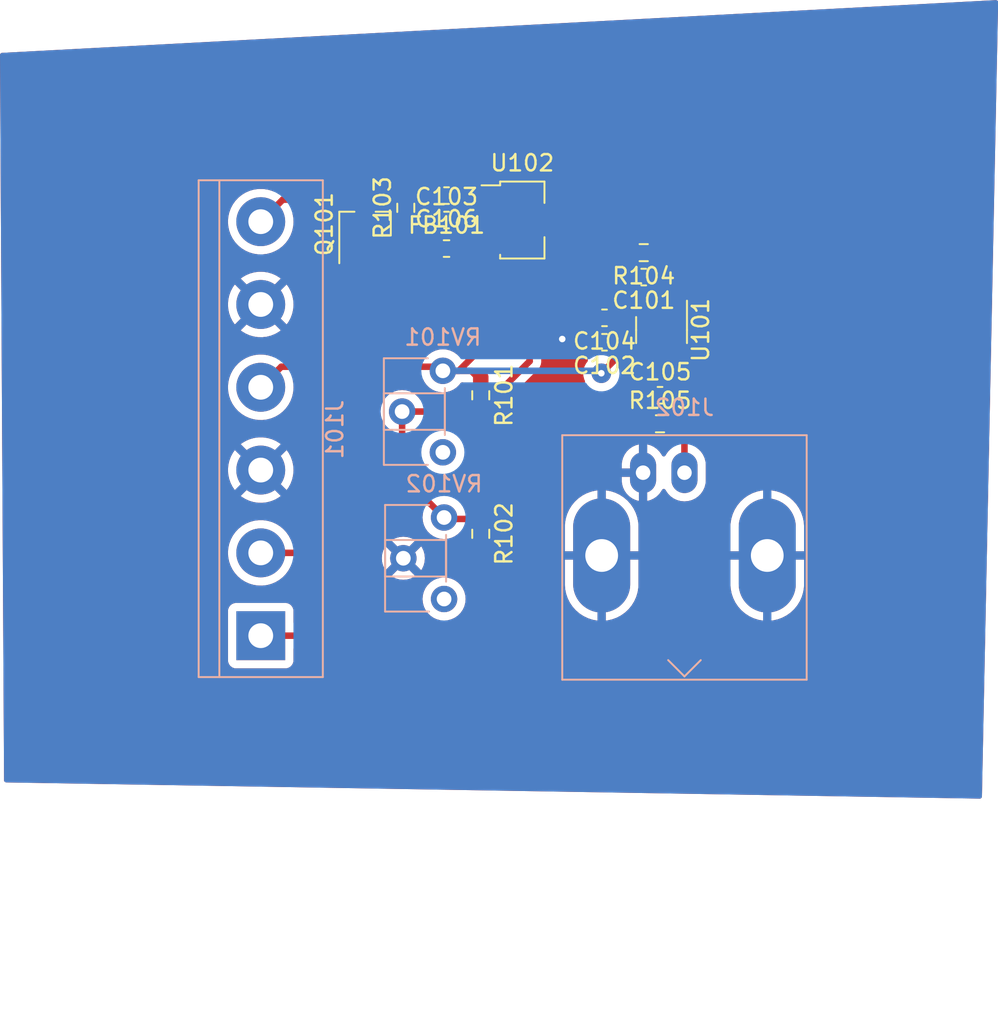
<source format=kicad_pcb>
(kicad_pcb (version 20211014) (generator pcbnew)
  (layers (0 "F.Cu" signal) (31 "B.Cu" signal) (34 "B.Paste" user) (35 "F.Paste" user) (36 "B.SilkS" user "B.Silkscreen") (37 "F.SilkS" user "F.Silkscreen") (38 "B.Mask" user) (39 "F.Mask" user) (44 "Edge.Cuts" user))
  (net 0 "")
  (net 1 "GND")
  (net 2 "/inp")
  (net 3 "+3.3VA")
  (net 4 "+5V")
  (net 5 "/inn")
  (net 6 "/out")
  (net 7 "/vprot")
  (net 8 "/vin")
  (net 9 "/vprot_gate")
  (footprint "Resistor_SMD:R_0603_1608Metric_Pad0.98x0.95mm_HandSolder" (layer "F.Cu") (at 104.4 65.75 90)
    (fp_text reference "R103" (at 0 -1.43 90) (layer "F.SilkS"))
    (fp_text value "1k")
    (fp_line (start -0.254724 0.5225) (end 0.254724 0.5225) (layer "F.SilkS") (width 0.12))
    (fp_line (start -0.254724 -0.5225) (end 0.254724 -0.5225) (layer "F.SilkS") (width 0.12))
    (pad "1" smd roundrect locked (at -0.9125 0 90) (size 0.975 0.95) (layers "F.Cu" "F.Paste" "F.Mask") (net 9 "/vprot_gate"))
    (pad "2" smd roundrect locked (at 0.9125 0 90) (size 0.975 0.95) (layers "F.Cu" "F.Paste" "F.Mask") (net 1 "GND"))
  )
  (footprint "Capacitor_SMD:C_0603_1608Metric_Pad1.08x0.95mm_HandSolder" (layer "F.Cu") (at 106.9 65 180)
    (fp_text reference "C106" (at 0 -1.43) (layer "F.SilkS"))
    (fp_text value "100n")
    (fp_line (start -0.146267 -0.51) (end 0.146267 -0.51) (layer "F.SilkS") (width 0.12))
    (fp_line (start -0.146267 0.51) (end 0.146267 0.51) (layer "F.SilkS") (width 0.12))
    (pad "1" smd roundrect locked (at -0.8625 0 180) (size 1.075 0.95) (layers "F.Cu" "F.Paste" "F.Mask") (net 3 "+3.3VA"))
    (pad "2" smd roundrect locked (at 0.8625 0 180) (size 1.075 0.95) (layers "F.Cu" "F.Paste" "F.Mask") (net 1 "GND"))
  )
  (footprint "Resistor_SMD:R_0603_1608Metric_Pad0.98x0.95mm_HandSolder" (layer "F.Cu") (at 109 85.75 -90)
    (fp_text reference "R102" (at 0 -1.43 90) (layer "F.SilkS"))
    (fp_text value "1k")
    (fp_line (start -0.254724 -0.5225) (end 0.254724 -0.5225) (layer "F.SilkS") (width 0.12))
    (fp_line (start -0.254724 0.5225) (end 0.254724 0.5225) (layer "F.SilkS") (width 0.12))
    (pad "1" smd roundrect locked (at -0.9125 0 270) (size 0.975 0.95) (layers "F.Cu" "F.Paste" "F.Mask") (net 2 "/inp"))
    (pad "2" smd roundrect locked (at 0.9125 0 270) (size 0.975 0.95) (layers "F.Cu" "F.Paste" "F.Mask") (net 1 "GND"))
  )
  (footprint "Inductor_SMD:L_0603_1608Metric_Pad1.05x0.95mm_HandSolder" (layer "F.Cu") (at 106.9 68.25)
    (fp_text reference "FB101" (at 0 -1.43) (layer "F.SilkS"))
    (fp_text value "FerriteBead")
    (fp_line (start -0.171267 -0.51) (end 0.171267 -0.51) (layer "F.SilkS") (width 0.12))
    (fp_line (start -0.171267 0.51) (end 0.171267 0.51) (layer "F.SilkS") (width 0.12))
    (pad "1" smd roundrect locked (at -0.875 0) (size 1.05 0.95) (layers "F.Cu" "F.Paste" "F.Mask") (net 7 "/vprot"))
    (pad "2" smd roundrect locked (at 0.875 0) (size 1.05 0.95) (layers "F.Cu" "F.Paste" "F.Mask") (net 4 "+5V"))
  )
  (footprint "Resistor_SMD:R_0603_1608Metric_Pad0.98x0.95mm_HandSolder" (layer "F.Cu") (at 109 77.25 -90)
    (fp_text reference "R101" (at 0 -1.43 90) (layer "F.SilkS"))
    (fp_text value "1k")
    (fp_line (start -0.254724 -0.5225) (end 0.254724 -0.5225) (layer "F.SilkS") (width 0.12))
    (fp_line (start -0.254724 0.5225) (end 0.254724 0.5225) (layer "F.SilkS") (width 0.12))
    (pad "1" smd roundrect locked (at -0.9125 0 270) (size 0.975 0.95) (layers "F.Cu" "F.Paste" "F.Mask") (net 3 "+3.3VA"))
    (pad "2" smd roundrect locked (at 0.9125 0 270) (size 0.975 0.95) (layers "F.Cu" "F.Paste" "F.Mask") (net 2 "/inp"))
  )
  (footprint "Capacitor_SMD:C_0603_1608Metric_Pad1.08x0.95mm_HandSolder" (layer "F.Cu") (at 119 70 180)
    (fp_text reference "C101" (at 0 -1.43) (layer "F.SilkS"))
    (fp_text value "dnp")
    (fp_line (start -0.146267 0.51) (end 0.146267 0.51) (layer "F.SilkS") (width 0.12))
    (fp_line (start -0.146267 -0.51) (end 0.146267 -0.51) (layer "F.SilkS") (width 0.12))
    (pad "1" smd roundrect locked (at -0.8625 0 180) (size 1.075 0.95) (layers "F.Cu" "F.Paste" "F.Mask") (net 1 "GND"))
    (pad "2" smd roundrect locked (at 0.8625 0 180) (size 1.075 0.95) (layers "F.Cu" "F.Paste" "F.Mask") (net 2 "/inp"))
  )
  (footprint "Package_TO_SOT_SMD:SOT-23_Handsoldering" (layer "F.Cu") (at 101.9 66.75 90)
    (fp_text reference "Q101" (at 0 -2.5 90) (layer "F.SilkS"))
    (fp_text value "CPH3350-TL-W ")
    (fp_line (start 0.76 -1.58) (end -2.4 -1.58) (layer "F.SilkS") (width 0.12))
    (fp_line (start 0.76 1.58) (end 0.76 0.65) (layer "F.SilkS") (width 0.12))
    (fp_line (start 0.76 1.58) (end -0.7 1.58) (layer "F.SilkS") (width 0.12))
    (fp_line (start 0.76 -1.58) (end 0.76 -0.65) (layer "F.SilkS") (width 0.12))
    (pad "1" smd rect locked (at -1.5 -0.95 90) (size 1.9 0.8) (layers "F.Cu" "F.Paste" "F.Mask") (net 9 "/vprot_gate"))
    (pad "2" smd rect locked (at -1.5 0.95 90) (size 1.9 0.8) (layers "F.Cu" "F.Paste" "F.Mask") (net 7 "/vprot"))
    (pad "3" smd rect locked (at 1.5 0 90) (size 1.9 0.8) (layers "F.Cu" "F.Paste" "F.Mask") (net 8 "/vin"))
  )
  (footprint "Capacitor_SMD:C_0603_1608Metric_Pad1.08x0.95mm_HandSolder" (layer "F.Cu") (at 120 77.25)
    (fp_text reference "C105" (at 0 -1.43) (layer "F.SilkS"))
    (fp_text value "dnp")
    (fp_line (start -0.146267 0.51) (end 0.146267 0.51) (layer "F.SilkS") (width 0.12))
    (fp_line (start -0.146267 -0.51) (end 0.146267 -0.51) (layer "F.SilkS") (width 0.12))
    (pad "1" smd roundrect locked (at -0.8625 0) (size 1.075 0.95) (layers "F.Cu" "F.Paste" "F.Mask") (net 5 "/inn"))
    (pad "2" smd roundrect locked (at 0.8625 0) (size 1.075 0.95) (layers "F.Cu" "F.Paste" "F.Mask") (net 6 "/out"))
  )
  (footprint "Capacitor_SMD:C_0603_1608Metric_Pad1.08x0.95mm_HandSolder" (layer "F.Cu") (at 116.59375 72.5 180)
    (fp_text reference "C104" (at 0 -1.43) (layer "F.SilkS"))
    (fp_text value "100n")
    (fp_line (start -0.146267 -0.51) (end 0.146267 -0.51) (layer "F.SilkS") (width 0.12))
    (fp_line (start -0.146267 0.51) (end 0.146267 0.51) (layer "F.SilkS") (width 0.12))
    (pad "1" smd roundrect locked (at -0.8625 0 180) (size 1.075 0.95) (layers "F.Cu" "F.Paste" "F.Mask") (net 3 "+3.3VA"))
    (pad "2" smd roundrect locked (at 0.8625 0 180) (size 1.075 0.95) (layers "F.Cu" "F.Paste" "F.Mask") (net 1 "GND"))
  )
  (footprint "Package_TO_SOT_SMD:SOT-23-6" (layer "F.Cu") (at 120.09375 73.25 -90)
    (fp_text reference "U101" (at 0 -2.4 90) (layer "F.SilkS"))
    (fp_text value "MAX4239AUT")
    (fp_line (start 0 1.56) (end 0.8 1.56) (layer "F.SilkS") (width 0.12))
    (fp_line (start 0 -1.56) (end 0.8 -1.56) (layer "F.SilkS") (width 0.12))
    (fp_line (start 0 -1.56) (end -1.8 -1.56) (layer "F.SilkS") (width 0.12))
    (fp_line (start 0 1.56) (end -0.8 1.56) (layer "F.SilkS") (width 0.12))
    (pad "1" smd roundrect locked (at -1.1375 -0.95 270) (size 1.325 0.6) (layers "F.Cu" "F.Paste" "F.Mask") (net 6 "/out"))
    (pad "2" smd roundrect locked (at -1.1375 0 270) (size 1.325 0.6) (layers "F.Cu" "F.Paste" "F.Mask") (net 1 "GND"))
    (pad "3" smd roundrect locked (at -1.1375 0.95 270) (size 1.325 0.6) (layers "F.Cu" "F.Paste" "F.Mask") (net 2 "/inp"))
    (pad "4" smd roundrect locked (at 1.1375 0.95 270) (size 1.325 0.6) (layers "F.Cu" "F.Paste" "F.Mask") (net 5 "/inn"))
    (pad "5" smd roundrect locked (at 1.1375 0 270) (size 1.325 0.6) (layers "F.Cu" "F.Paste" "F.Mask") (net 3 "+3.3VA"))
    (pad "6" smd roundrect locked (at 1.1375 -0.95 270) (size 1.325 0.6) (layers "F.Cu" "F.Paste" "F.Mask") (net 3 "+3.3VA"))
  )
  (footprint "Resistor_SMD:R_0603_1608Metric_Pad0.98x0.95mm_HandSolder" (layer "F.Cu") (at 119 68.5 180)
    (fp_text reference "R104" (at 0 -1.43) (layer "F.SilkS"))
    (fp_text value "470k")
    (fp_line (start -0.254724 -0.5225) (end 0.254724 -0.5225) (layer "F.SilkS") (width 0.12))
    (fp_line (start -0.254724 0.5225) (end 0.254724 0.5225) (layer "F.SilkS") (width 0.12))
    (pad "1" smd roundrect locked (at -0.9125 0 180) (size 0.975 0.95) (layers "F.Cu" "F.Paste" "F.Mask") (net 1 "GND"))
    (pad "2" smd roundrect locked (at 0.9125 0 180) (size 0.975 0.95) (layers "F.Cu" "F.Paste" "F.Mask") (net 2 "/inp"))
  )
  (footprint "Capacitor_SMD:C_0603_1608Metric_Pad1.08x0.95mm_HandSolder" (layer "F.Cu") (at 116.59375 74 180)
    (fp_text reference "C102" (at 0 -1.43) (layer "F.SilkS"))
    (fp_text value "1u")
    (fp_line (start -0.146267 0.51) (end 0.146267 0.51) (layer "F.SilkS") (width 0.12))
    (fp_line (start -0.146267 -0.51) (end 0.146267 -0.51) (layer "F.SilkS") (width 0.12))
    (pad "1" smd roundrect locked (at -0.8625 0 180) (size 1.075 0.95) (layers "F.Cu" "F.Paste" "F.Mask") (net 3 "+3.3VA"))
    (pad "2" smd roundrect locked (at 0.8625 0 180) (size 1.075 0.95) (layers "F.Cu" "F.Paste" "F.Mask") (net 1 "GND"))
  )
  (footprint "Capacitor_SMD:C_0603_1608Metric_Pad1.08x0.95mm_HandSolder" (layer "F.Cu") (at 106.9 66.5)
    (fp_text reference "C103" (at 0 -1.43) (layer "F.SilkS"))
    (fp_text value "100n")
    (fp_line (start -0.146267 -0.51) (end 0.146267 -0.51) (layer "F.SilkS") (width 0.12))
    (fp_line (start -0.146267 0.51) (end 0.146267 0.51) (layer "F.SilkS") (width 0.12))
    (pad "1" smd roundrect locked (at -0.8625 0) (size 1.075 0.95) (layers "F.Cu" "F.Paste" "F.Mask") (net 4 "+5V"))
    (pad "2" smd roundrect locked (at 0.8625 0) (size 1.075 0.95) (layers "F.Cu" "F.Paste" "F.Mask") (net 1 "GND"))
  )
  (footprint "Resistor_SMD:R_0603_1608Metric_Pad0.98x0.95mm_HandSolder" (layer "F.Cu") (at 120 79)
    (fp_text reference "R105" (at 0 -1.43) (layer "F.SilkS"))
    (fp_text value "470k")
    (fp_line (start -0.254724 0.5225) (end 0.254724 0.5225) (layer "F.SilkS") (width 0.12))
    (fp_line (start -0.254724 -0.5225) (end 0.254724 -0.5225) (layer "F.SilkS") (width 0.12))
    (pad "1" smd roundrect locked (at -0.9125 0) (size 0.975 0.95) (layers "F.Cu" "F.Paste" "F.Mask") (net 5 "/inn"))
    (pad "2" smd roundrect locked (at 0.9125 0) (size 0.975 0.95) (layers "F.Cu" "F.Paste" "F.Mask") (net 6 "/out"))
  )
  (footprint "Package_TO_SOT_SMD:SOT-89-3" (layer "F.Cu") (at 111.25 66.5)
    (fp_text reference "U102" (at 0.3 -3.5) (layer "F.SilkS"))
    (fp_text value "L78L33_SOT89")
    (fp_line (start -1.06 -2.36) (end 1.66 -2.36) (layer "F.SilkS") (width 0.12))
    (fp_line (start 1.66 1.05) (end 1.66 2.36) (layer "F.SilkS") (width 0.12))
    (fp_line (start -1.06 -2.36) (end -1.06 -2.13) (layer "F.SilkS") (width 0.12))
    (fp_line (start -1.06 2.36) (end -1.06 2.13) (layer "F.SilkS") (width 0.12))
    (fp_line (start -2.2 -2.13) (end -1.06 -2.13) (layer "F.SilkS") (width 0.12))
    (fp_line (start 1.66 -2.36) (end 1.66 -1.05) (layer "F.SilkS") (width 0.12))
    (fp_line (start 1.66 2.36) (end -1.06 2.36) (layer "F.SilkS") (width 0.12))
    (pad "1" smd rect locked (at -1.65 -1.5) (size 1.3 0.9) (layers "F.Cu" "F.Paste" "F.Mask") (net 3 "+3.3VA"))
    (pad "2" smd custom locked (at -1.5625 0) (size 1.475 0.9) (layers "F.Cu" "F.Paste" "F.Mask") (net 1 "GND") (options (clearance outline) (anchor rect)) (primitives (gr_poly (pts (xy 3.8625 0.8665) (xy 0.7375 0.8665) (xy 0.7375 -0.8665) (xy 3.8625 -0.8665)) (width 0) (fill yes))))
    (pad "3" smd rect locked (at -1.65 1.5) (size 1.3 0.9) (layers "F.Cu" "F.Paste" "F.Mask") (net 4 "+5V"))
  )
  (footprint "Potentiometer_THT:Potentiometer_ACP_CA6-H2,5_Horizontal" (layer "B.Cu") (at 106.75 84.75 180)
    (fp_text reference "RV102" (at 0 2.06) (layer "B.SilkS") (effects (justify mirror)))
    (fp_text value "10k")
    (fp_line (start 3.62 -1.38) (end 3.62 -3.62) (layer "B.SilkS") (width 0.12))
    (fp_line (start -0.121 -1.066) (end -0.121 -3.935) (layer "B.SilkS") (width 0.12))
    (fp_line (start 0.925 0.77) (end 3.62 0.77) (layer "B.SilkS") (width 0.12))
    (fp_line (start 3.62 0.77) (end 3.62 -5.77) (layer "B.SilkS") (width 0.12))
    (fp_line (start -0.121 -1.38) (end -0.121 -3.62) (layer "B.SilkS") (width 0.12))
    (fp_line (start 0.925 -5.77) (end 3.62 -5.77) (layer "B.SilkS") (width 0.12))
    (fp_line (start -0.121 -1.38) (end 3.62 -1.38) (layer "B.SilkS") (width 0.12))
    (fp_line (start -0.121 -3.62) (end 3.62 -3.62) (layer "B.SilkS") (width 0.12))
    (pad "1" thru_hole circle locked (at 0 0 180) (size 1.62 1.62) (drill 0.9) (layers *.Cu *.Mask) (net 2 "/inp"))
    (pad "2" thru_hole circle locked (at 2.5 -2.5 180) (size 1.62 1.62) (drill 0.9) (layers *.Cu *.Mask) (net 1 "GND"))
    (pad "3" thru_hole circle locked (at 0 -5 180) (size 1.62 1.62) (drill 0.9) (layers *.Cu *.Mask))
  )
  (footprint "Connector_Coaxial:BNC_Amphenol_B6252HB-NPP3G-50_Horizontal" (layer "B.Cu") (at 121.5 82)
    (fp_text reference "J102" (at 0 -4) (layer "B.SilkS") (effects (justify mirror)))
    (fp_text value "Conn_Coaxial")
    (fp_line (start -7.5 12.7) (end 7.5 12.7) (layer "B.SilkS") (width 0.12))
    (fp_line (start 7.5 12.7) (end 7.5 -2.3) (layer "B.SilkS") (width 0.12))
    (fp_line (start -7.5 -2.3) (end -7.5 12.7) (layer "B.SilkS") (width 0.12))
    (fp_line (start 0 12.5) (end -1 11.5) (layer "B.SilkS") (width 0.12))
    (fp_line (start 7.5 -2.3) (end -7.5 -2.3) (layer "B.SilkS") (width 0.12))
    (fp_line (start 0 12.5) (end 1 11.5) (layer "B.SilkS") (width 0.12))
    (pad "1" thru_hole oval locked (at 0 0) (size 1.6 2.5) (drill 0.89) (layers *.Cu *.Mask) (net 6 "/out"))
    (pad "2" thru_hole oval locked (at 5.08 5.08) (size 3.5 7) (drill 2.01) (layers *.Cu *.Mask) (net 1 "GND"))
    (pad "2" thru_hole oval locked (at -5.08 5.08) (size 3.5 7) (drill 2.01) (layers *.Cu *.Mask) (net 1 "GND"))
    (pad "2" thru_hole oval locked (at -2.54 0) (size 1.6 2.5) (drill 0.89) (layers *.Cu *.Mask) (net 1 "GND"))
  )
  (footprint "Potentiometer_THT:Potentiometer_ACP_CA6-H2,5_Horizontal" (layer "B.Cu") (at 106.675 75.75 180)
    (fp_text reference "RV101" (at 0 2.06) (layer "B.SilkS") (effects (justify mirror)))
    (fp_text value "10k")
    (fp_line (start 3.62 0.77) (end 3.62 -5.77) (layer "B.SilkS") (width 0.12))
    (fp_line (start -0.121 -1.38) (end 3.62 -1.38) (layer "B.SilkS") (width 0.12))
    (fp_line (start 0.925 -5.77) (end 3.62 -5.77) (layer "B.SilkS") (width 0.12))
    (fp_line (start -0.121 -1.066) (end -0.121 -3.935) (layer "B.SilkS") (width 0.12))
    (fp_line (start 3.62 -1.38) (end 3.62 -3.62) (layer "B.SilkS") (width 0.12))
    (fp_line (start -0.121 -3.62) (end 3.62 -3.62) (layer "B.SilkS") (width 0.12))
    (fp_line (start 0.925 0.77) (end 3.62 0.77) (layer "B.SilkS") (width 0.12))
    (fp_line (start -0.121 -1.38) (end -0.121 -3.62) (layer "B.SilkS") (width 0.12))
    (pad "1" thru_hole circle locked (at 0 0 180) (size 1.62 1.62) (drill 0.9) (layers *.Cu *.Mask) (net 3 "+3.3VA"))
    (pad "2" thru_hole circle locked (at 2.5 -2.5 180) (size 1.62 1.62) (drill 0.9) (layers *.Cu *.Mask) (net 2 "/inp"))
    (pad "3" thru_hole circle locked (at 0 -5 180) (size 1.62 1.62) (drill 0.9) (layers *.Cu *.Mask))
  )
  (footprint "TerminalBlock:TerminalBlock_bornier-6_P5.08mm" (layer "B.Cu") (at 95.5 92 90)
    (fp_text reference "J101" (at 12.65 4.55 90) (layer "B.SilkS") (effects (justify mirror)))
    (fp_text value "Conn_01x06")
    (fp_line (start -2.54 3.81) (end -2.54 -3.81) (layer "B.SilkS") (width 0.12))
    (fp_line (start -2.54 3.81) (end 27.94 3.81) (layer "B.SilkS") (width 0.12))
    (fp_line (start -2.54 -3.81) (end 27.94 -3.81) (layer "B.SilkS") (width 0.12))
    (fp_line (start -2.54 -2.54) (end 27.94 -2.54) (layer "B.SilkS") (width 0.12))
    (fp_line (start 27.94 -3.81) (end 27.94 3.81) (layer "B.SilkS") (width 0.12))
    (pad "1" thru_hole rect locked (at 0 0 90) (size 3 3) (drill 1.52) (layers *.Cu *.Mask) (net 5 "/inn"))
    (pad "2" thru_hole circle locked (at 5.08 0 90) (size 3 3) (drill 1.52) (layers *.Cu *.Mask) (net 2 "/inp"))
    (pad "3" thru_hole circle locked (at 10.16 0 90) (size 3 3) (drill 1.52) (layers *.Cu *.Mask) (net 1 "GND"))
    (pad "4" thru_hole circle locked (at 15.24 0 90) (size 3 3) (drill 1.52) (layers *.Cu *.Mask) (net 3 "+3.3VA"))
    (pad "5" thru_hole circle locked (at 20.32 0 90) (size 3 3) (drill 1.52) (layers *.Cu *.Mask) (net 1 "GND"))
    (pad "6" thru_hole circle locked (at 25.4 0 90) (size 3 3) (drill 1.52) (layers *.Cu *.Mask) (net 8 "/vin"))
  )
  (gr_text "ANTON\nLÖÖF\n60dB" (at 125.5 69) (layer "F.Cu") (effects (font (size 1.5 1.5) (thickness 0.3))))
  (segment (start 115.3 72.5) (end 115.73125 72.5) (width 0.4) (layer "F.Cu") (net 1))
  (segment (start 115.73125 74) (end 115.73125 72.5) (width 0.4) (layer "F.Cu") (net 1))
  (segment (start 106.0375 65) (end 104.5625 65) (width 0.4) (layer "F.Cu") (net 1))
  (segment (start 107.7625 66.5) (end 109.6875 66.5) (width 0.4) (layer "F.Cu") (net 1))
  (segment (start 104.5625 65) (end 104.4 64.8375) (width 0.4) (layer "F.Cu") (net 1))
  (segment (start 107.5375 66.5) (end 106.0375 65) (width 0.4) (layer "F.Cu") (net 1))
  (segment (start 114 73.8) (end 115.3 72.5) (width 0.4) (layer "F.Cu") (net 1))
  (segment (start 107.7625 66.5) (end 107.5375 66.5) (width 0.4) (layer "F.Cu") (net 1))
  (via (at 114 73.8) (size 1.2) (drill 0.4) (layers "F.Cu" "B.Cu") (net 1))
  (segment (start 112 73.4) (end 112 75.1625) (width 0.4) (layer "F.Cu") (net 2))
  (segment (start 118.0875 68.5) (end 118.0875 71.05625) (width 0.4) (layer "F.Cu") (net 2))
  (segment (start 115.4 70) (end 112 73.4) (width 0.4) (layer "F.Cu") (net 2))
  (segment (start 99.43 86.92) (end 104.175 82.175) (width 0.4) (layer "F.Cu") (net 2))
  (segment (start 109 84.8375) (end 106.8375 84.8375) (width 0.4) (layer "F.Cu") (net 2))
  (segment (start 112 75.1625) (end 109 78.1625) (width 0.4) (layer "F.Cu") (net 2))
  (segment (start 95.5 86.92) (end 99.43 86.92) (width 0.4) (layer "F.Cu") (net 2))
  (segment (start 106.8375 84.8375) (end 106.75 84.75) (width 0.4) (layer "F.Cu") (net 2))
  (segment (start 104.175 82.175) (end 104.175 78.25) (width 0.4) (layer "F.Cu") (net 2))
  (segment (start 118.0875 71.05625) (end 119.14375 72.1125) (width 0.4) (layer "F.Cu") (net 2))
  (segment (start 118.1375 70) (end 115.4 70) (width 0.4) (layer "F.Cu") (net 2))
  (segment (start 104.175 78.25) (end 108.9125 78.25) (width 0.4) (layer "F.Cu") (net 2))
  (segment (start 108.9125 78.25) (end 109 78.1625) (width 0.4) (layer "F.Cu") (net 2))
  (segment (start 109 84.8375) (end 109 78.1625) (width 0.4) (layer "F.Cu") (net 2))
  (segment (start 106.75 84.75) (end 104.175 82.175) (width 0.4) (layer "F.Cu") (net 2))
  (segment (start 117.59375 73.25) (end 117.45625 73.1125) (width 0.4) (layer "F.Cu") (net 3))
  (segment (start 95.5 76.76) (end 96.76 75.5) (width 0.4) (layer "F.Cu") (net 3))
  (segment (start 117.45625 73.1125) (end 117.45625 72.5) (width 0.4) (layer "F.Cu") (net 3))
  (segment (start 116.4 75.9) (end 117.45625 74.84375) (width 0.4) (layer "F.Cu") (net 3))
  (segment (start 109.6 65) (end 114.8 65) (width 0.4) (layer "F.Cu") (net 3))
  (segment (start 106.675 75.75) (end 108.4125 75.75) (width 0.4) (layer "F.Cu") (net 3))
  (segment (start 121.04375 74.3875) (end 119.90625 73.25) (width 0.4) (layer "F.Cu") (net 3))
  (segment (start 107.65 75.75) (end 106.675 75.75) (width 0.4) (layer "F.Cu") (net 3))
  (segment (start 115.2 68.2) (end 107.65 75.75) (width 0.4) (layer "F.Cu") (net 3))
  (segment (start 114.8 65) (end 115.2 65.4) (width 0.4) (layer "F.Cu") (net 3))
  (segment (start 117.45625 74.84375) (end 117.45625 74) (width 0.4) (layer "F.Cu") (net 3))
  (segment (start 117.45625 74) (end 117.45625 73.1125) (width 0.4) (layer "F.Cu") (net 3))
  (segment (start 108.4125 75.75) (end 109 76.3375) (width 0.4) (layer "F.Cu") (net 3))
  (segment (start 96.76 75.5) (end 106.425 75.5) (width 0.4) (layer "F.Cu") (net 3))
  (segment (start 115.2 65.4) (end 115.2 68.2) (width 0.4) (layer "F.Cu") (net 3))
  (segment (start 120.09375 74.3875) (end 121.04375 74.3875) (width 0.4) (layer "F.Cu") (net 3))
  (segment (start 106.425 75.5) (end 106.675 75.75) (width 0.4) (layer "F.Cu") (net 3))
  (segment (start 107.7625 65) (end 109.6 65) (width 0.4) (layer "F.Cu") (net 3))
  (segment (start 119.90625 73.25) (end 117.59375 73.25) (width 0.4) (layer "F.Cu") (net 3))
  (via (at 116.4 75.9) (size 1.2) (drill 0.4) (layers "F.Cu" "B.Cu") (net 3))
  (segment (start 116.4 75.9) (end 116.25 75.75) (width 0.4) (layer "B.Cu") (net 3))
  (segment (start 116.25 75.75) (end 106.675 75.75) (width 0.4) (layer "B.Cu") (net 3))
  (segment (start 107.775 68.25) (end 109.35 68.25) (width 0.4) (layer "F.Cu") (net 4))
  (segment (start 109.35 68.25) (end 109.6 68) (width 0.4) (layer "F.Cu") (net 4))
  (segment (start 107.775 68.2375) (end 106.0375 66.5) (width 0.4) (layer "F.Cu") (net 4))
  (segment (start 107.775 68.25) (end 107.775 68.2375) (width 0.4) (layer "F.Cu") (net 4))
  (segment (start 95.5 92) (end 108.25 92) (width 0.4) (layer "F.Cu") (net 5))
  (segment (start 119.0875 77.3) (end 119.1375 77.25) (width 0.4) (layer "F.Cu") (net 5))
  (segment (start 111.5 79.5) (end 113.75 77.25) (width 0.4) (layer "F.Cu") (net 5))
  (segment (start 119.14375 77.1625) (end 119.23125 77.25) (width 0.4) (layer "F.Cu") (net 5))
  (segment (start 108.25 92) (end 111.5 88.75) (width 0.4) (layer "F.Cu") (net 5))
  (segment (start 111.5 88.75) (end 111.5 79.5) (width 0.4) (layer "F.Cu") (net 5))
  (segment (start 119.14375 74.3875) (end 119.14375 77.1625) (width 0.4) (layer "F.Cu") (net 5))
  (segment (start 113.75 77.25) (end 119.1375 77.25) (width 0.4) (layer "F.Cu") (net 5))
  (segment (start 119.0875 79) (end 119.0875 77.3) (width 0.4) (layer "F.Cu") (net 5))
  (segment (start 121.5 79.5875) (end 121.5 82) (width 0.4) (layer "F.Cu") (net 6))
  (segment (start 122 73.06875) (end 122 76.20625) (width 0.4) (layer "F.Cu") (net 6))
  (segment (start 120.9125 77.29375) (end 120.9125 79) (width 0.4) (layer "F.Cu") (net 6))
  (segment (start 120.9125 79) (end 121.5 79.5875) (width 0.4) (layer "F.Cu") (net 6))
  (segment (start 121.04375 72.1125) (end 122 73.06875) (width 0.4) (layer "F.Cu") (net 6))
  (segment (start 122 76.20625) (end 120.9125 77.29375) (width 0.4) (layer "F.Cu") (net 6))
  (segment (start 102.85 68.25) (end 106.025 68.25) (width 0.4) (layer "F.Cu") (net 7))
  (segment (start 101.9 65.25) (end 96.85 65.25) (width 0.4) (layer "F.Cu") (net 8))
  (segment (start 96.85 65.25) (end 95.5 66.6) (width 0.4) (layer "F.Cu") (net 8))
  (segment (start 101.9875 66.6625) (end 100.95 67.7) (width 0.4) (layer "F.Cu") (net 9))
  (segment (start 104.4 66.6625) (end 101.9875 66.6625) (width 0.4) (layer "F.Cu") (net 9))
  (segment (start 100.95 67.7) (end 100.95 68.25) (width 0.4) (layer "F.Cu") (net 9))
  (zone (net 1) (net_name "GND") (layers F&B.Cu) (connect_pads (clearance 0.508)) (min_thickness 0.254) (fill yes (thermal_gap 0.508) (thermal_bridge_width 0.508))
    (polygon (pts (xy 139.75 102) (xy 79.75 101) (xy 79.5 56.25) (xy 140.75 53)))
  )
)
</source>
